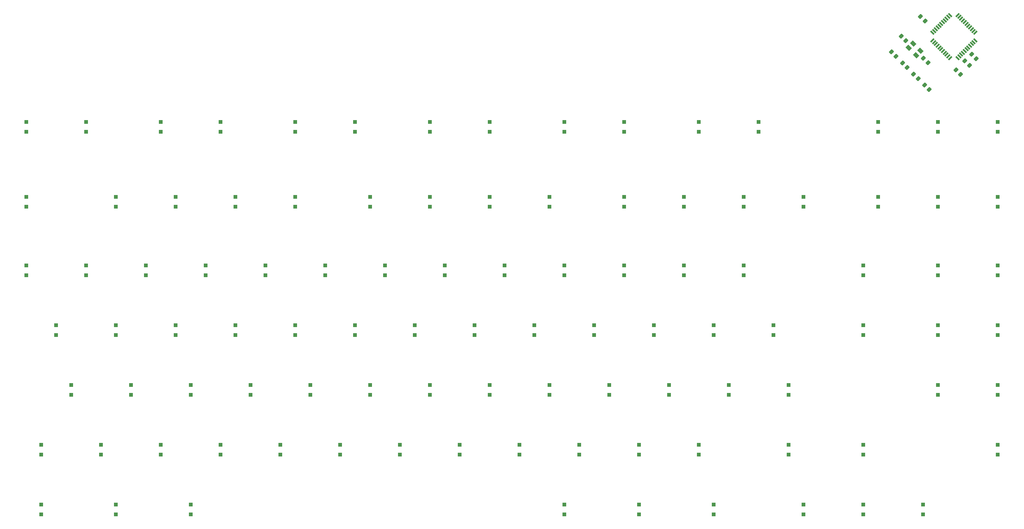
<source format=gtp>
G04 #@! TF.GenerationSoftware,KiCad,Pcbnew,7.0.8*
G04 #@! TF.CreationDate,2023-10-17T11:30:24-05:00*
G04 #@! TF.ProjectId,Vessel,56657373-656c-42e6-9b69-6361645f7063,rev?*
G04 #@! TF.SameCoordinates,Original*
G04 #@! TF.FileFunction,Paste,Top*
G04 #@! TF.FilePolarity,Positive*
%FSLAX46Y46*%
G04 Gerber Fmt 4.6, Leading zero omitted, Abs format (unit mm)*
G04 Created by KiCad (PCBNEW 7.0.8) date 2023-10-17 11:30:24*
%MOMM*%
%LPD*%
G01*
G04 APERTURE LIST*
G04 Aperture macros list*
%AMRoundRect*
0 Rectangle with rounded corners*
0 $1 Rounding radius*
0 $2 $3 $4 $5 $6 $7 $8 $9 X,Y pos of 4 corners*
0 Add a 4 corners polygon primitive as box body*
4,1,4,$2,$3,$4,$5,$6,$7,$8,$9,$2,$3,0*
0 Add four circle primitives for the rounded corners*
1,1,$1+$1,$2,$3*
1,1,$1+$1,$4,$5*
1,1,$1+$1,$6,$7*
1,1,$1+$1,$8,$9*
0 Add four rect primitives between the rounded corners*
20,1,$1+$1,$2,$3,$4,$5,0*
20,1,$1+$1,$4,$5,$6,$7,0*
20,1,$1+$1,$6,$7,$8,$9,0*
20,1,$1+$1,$8,$9,$2,$3,0*%
%AMRotRect*
0 Rectangle, with rotation*
0 The origin of the aperture is its center*
0 $1 length*
0 $2 width*
0 $3 Rotation angle, in degrees counterclockwise*
0 Add horizontal line*
21,1,$1,$2,0,0,$3*%
G04 Aperture macros list end*
%ADD10RoundRect,0.250000X0.548008X0.088388X0.088388X0.548008X-0.548008X-0.088388X-0.088388X-0.548008X0*%
%ADD11RotRect,1.500000X0.550000X135.000000*%
%ADD12RotRect,1.500000X0.550000X225.000000*%
%ADD13RotRect,1.600000X1.300000X135.000000*%
%ADD14R,1.200000X1.200000*%
G04 APERTURE END LIST*
D10*
X455140384Y-188403784D03*
X453690816Y-186954216D03*
X457968784Y-185575384D03*
X456519216Y-184125816D03*
X443826684Y-171433284D03*
X442377116Y-169983716D03*
D11*
X454203482Y-183224236D03*
X454769167Y-182658550D03*
X455334852Y-182092865D03*
X455900538Y-181527180D03*
X456466223Y-180961494D03*
X457031909Y-180395809D03*
X457597594Y-179830123D03*
X458163280Y-179264438D03*
X458728965Y-178698752D03*
X459294650Y-178133067D03*
X459860336Y-177567382D03*
D12*
X459860336Y-175163218D03*
X459294650Y-174597533D03*
X458728965Y-174031848D03*
X458163280Y-173466162D03*
X457597594Y-172900477D03*
X457031909Y-172334791D03*
X456466223Y-171769106D03*
X455900538Y-171203420D03*
X455334852Y-170637735D03*
X454769167Y-170072050D03*
X454203482Y-169506364D03*
D11*
X451799318Y-169506364D03*
X451233633Y-170072050D03*
X450667948Y-170637735D03*
X450102262Y-171203420D03*
X449536577Y-171769106D03*
X448970891Y-172334791D03*
X448405206Y-172900477D03*
X447839520Y-173466162D03*
X447273835Y-174031848D03*
X446708150Y-174597533D03*
X446142464Y-175163218D03*
D12*
X446142464Y-177567382D03*
X446708150Y-178133067D03*
X447273835Y-178698752D03*
X447839520Y-179264438D03*
X448405206Y-179830123D03*
X448970891Y-180395809D03*
X449536577Y-180961494D03*
X450102262Y-181527180D03*
X450667948Y-182092865D03*
X451233633Y-182658550D03*
X451799318Y-183224236D03*
D10*
X460090084Y-183454084D03*
X458640516Y-182004516D03*
X437687484Y-177639584D03*
X436237916Y-176190016D03*
X444758484Y-184710684D03*
X443308916Y-183261116D03*
D13*
X438624367Y-179990681D03*
X440957819Y-182324133D03*
X442372033Y-180909919D03*
X440038581Y-178576467D03*
D10*
X441626884Y-189746184D03*
X440177316Y-188296616D03*
X434555884Y-182675084D03*
X433106316Y-181225516D03*
X445162484Y-193281684D03*
X443712916Y-191832116D03*
X438091384Y-186210684D03*
X436641816Y-184761116D03*
D14*
X271725000Y-252470000D03*
X271725000Y-249320000D03*
X447937500Y-252470000D03*
X447937500Y-249320000D03*
X224100000Y-271520000D03*
X224100000Y-268370000D03*
X190762500Y-290570000D03*
X190762500Y-287420000D03*
X347925000Y-230562500D03*
X347925000Y-227412500D03*
X162187500Y-328670000D03*
X162187500Y-325520000D03*
X395550000Y-271520000D03*
X395550000Y-268370000D03*
X386025000Y-252470000D03*
X386025000Y-249320000D03*
X424125000Y-309620000D03*
X424125000Y-306470000D03*
X347925000Y-252470000D03*
X347925000Y-249320000D03*
X286012500Y-230562500D03*
X286012500Y-227412500D03*
X328875000Y-328670000D03*
X328875000Y-325520000D03*
X157425000Y-230562500D03*
X157425000Y-227412500D03*
X219337500Y-206750000D03*
X219337500Y-203600000D03*
X176475000Y-252470000D03*
X176475000Y-249320000D03*
X205050000Y-271520000D03*
X205050000Y-268370000D03*
X424125000Y-271520000D03*
X424125000Y-268370000D03*
X338400000Y-271520000D03*
X338400000Y-268370000D03*
X371737500Y-309620000D03*
X371737500Y-306470000D03*
X286012500Y-290570000D03*
X286012500Y-287420000D03*
X209812500Y-290570000D03*
X209812500Y-287420000D03*
X186000000Y-230562500D03*
X186000000Y-227412500D03*
X195525000Y-252470000D03*
X195525000Y-249320000D03*
X186000000Y-328670000D03*
X186000000Y-325520000D03*
X305062500Y-290570000D03*
X305062500Y-287420000D03*
X424125000Y-252470000D03*
X424125000Y-249320000D03*
X166950000Y-271520000D03*
X166950000Y-268370000D03*
X266962500Y-230562500D03*
X266962500Y-227412500D03*
X186000000Y-271520000D03*
X186000000Y-268370000D03*
X205050000Y-230562500D03*
X205050000Y-227412500D03*
X209812500Y-328670000D03*
X209812500Y-325520000D03*
X352687500Y-328670000D03*
X352687500Y-325520000D03*
X314587500Y-309620000D03*
X314587500Y-306470000D03*
X447937500Y-290570000D03*
X447937500Y-287420000D03*
X224100000Y-230562500D03*
X224100000Y-227412500D03*
X328875000Y-252470000D03*
X328875000Y-249320000D03*
X466987500Y-290570000D03*
X466987500Y-287420000D03*
X324112500Y-230562500D03*
X324112500Y-227412500D03*
X262200000Y-206750000D03*
X262200000Y-203600000D03*
X243150000Y-206750000D03*
X243150000Y-203600000D03*
X181237500Y-309620000D03*
X181237500Y-306470000D03*
X390787500Y-206750000D03*
X390787500Y-203600000D03*
X447937500Y-271520000D03*
X447937500Y-268370000D03*
X305062500Y-230562500D03*
X305062500Y-227412500D03*
X428887500Y-230562500D03*
X428887500Y-227412500D03*
X405075000Y-328670000D03*
X405075000Y-325520000D03*
X176475000Y-206750000D03*
X176475000Y-203600000D03*
X466987500Y-309620000D03*
X466987500Y-306470000D03*
X171712500Y-290570000D03*
X171712500Y-287420000D03*
X352687500Y-309620000D03*
X352687500Y-306470000D03*
X381262500Y-290570000D03*
X381262500Y-287420000D03*
X371737500Y-206750000D03*
X371737500Y-203600000D03*
X233625000Y-252470000D03*
X233625000Y-249320000D03*
X324112500Y-290570000D03*
X324112500Y-287420000D03*
X343162500Y-290570000D03*
X343162500Y-287420000D03*
X295537500Y-309620000D03*
X295537500Y-306470000D03*
X424125000Y-328670000D03*
X424125000Y-325520000D03*
X366975000Y-230562500D03*
X366975000Y-227412500D03*
X257437500Y-309620000D03*
X257437500Y-306470000D03*
X243150000Y-271520000D03*
X243150000Y-268370000D03*
X157425000Y-206750000D03*
X157425000Y-203600000D03*
X290775000Y-252470000D03*
X290775000Y-249320000D03*
X200287500Y-206750000D03*
X200287500Y-203600000D03*
X376500000Y-271520000D03*
X376500000Y-268370000D03*
X328875000Y-206750000D03*
X328875000Y-203600000D03*
X200287500Y-309620000D03*
X200287500Y-306470000D03*
X405075000Y-230562500D03*
X405075000Y-227412500D03*
X238387500Y-309620000D03*
X238387500Y-306470000D03*
X347925000Y-206750000D03*
X347925000Y-203600000D03*
X281250000Y-271520000D03*
X281250000Y-268370000D03*
X466987500Y-206750000D03*
X466987500Y-203600000D03*
X243150000Y-230562500D03*
X243150000Y-227412500D03*
X319350000Y-271520000D03*
X319350000Y-268370000D03*
X466987500Y-271520000D03*
X466987500Y-268370000D03*
X466987500Y-252470000D03*
X466987500Y-249320000D03*
X300300000Y-271520000D03*
X300300000Y-268370000D03*
X362212500Y-290570000D03*
X362212500Y-287420000D03*
X214575000Y-252470000D03*
X214575000Y-249320000D03*
X357450000Y-271520000D03*
X357450000Y-268370000D03*
X219337500Y-309620000D03*
X219337500Y-306470000D03*
X309825000Y-252470000D03*
X309825000Y-249320000D03*
X447937500Y-206750000D03*
X447937500Y-203600000D03*
X247912500Y-290570000D03*
X247912500Y-287420000D03*
X386025000Y-230562500D03*
X386025000Y-227412500D03*
X443175000Y-328670000D03*
X443175000Y-325520000D03*
X228862500Y-290570000D03*
X228862500Y-287420000D03*
X400312500Y-309620000D03*
X400312500Y-306470000D03*
X447937500Y-230562500D03*
X447937500Y-227412500D03*
X333637500Y-309620000D03*
X333637500Y-306470000D03*
X400312500Y-290570000D03*
X400312500Y-287420000D03*
X157425000Y-252470000D03*
X157425000Y-249320000D03*
X376500000Y-328670000D03*
X376500000Y-325520000D03*
X286012500Y-206750000D03*
X286012500Y-203600000D03*
X262200000Y-271520000D03*
X262200000Y-268370000D03*
X466987500Y-230562500D03*
X466987500Y-227412500D03*
X162187500Y-309620000D03*
X162187500Y-306470000D03*
X276487500Y-309620000D03*
X276487500Y-306470000D03*
X266962500Y-290570000D03*
X266962500Y-287420000D03*
X366975000Y-252470000D03*
X366975000Y-249320000D03*
X305062500Y-206750000D03*
X305062500Y-203600000D03*
X428887500Y-206750000D03*
X428887500Y-203600000D03*
X252675000Y-252470000D03*
X252675000Y-249320000D03*
M02*

</source>
